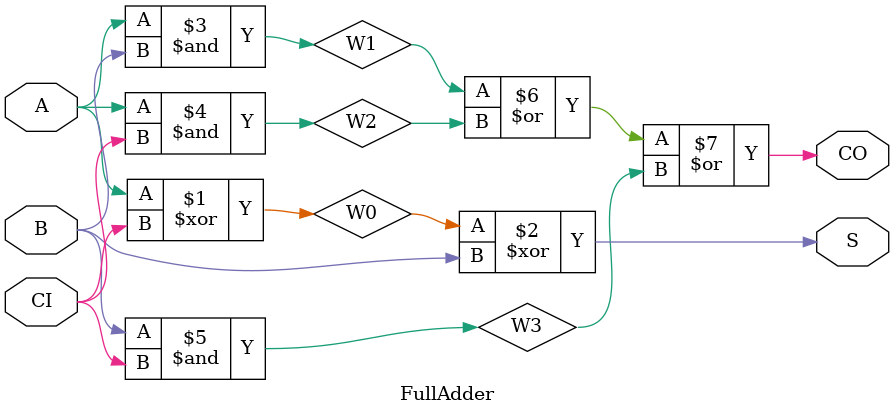
<source format=sv>
module FullAdder(S, CO, A, B, CI);
input A, B, CI;
output S, CO;

wire W0, W1, W2, W3;

xor
	xor1(W0, A, CI),
	xor2(S, W0, B);

and
	and1(W1, A, B),
	and2(W2, A, CI),
	and3(W3, B, CI);

or
	or1(CO, W1, W2, W3);
endmodule

</source>
